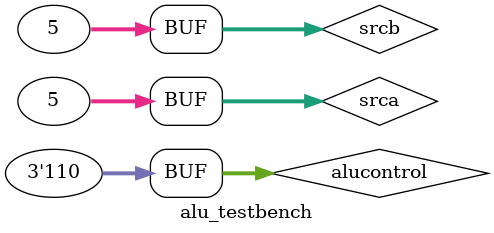
<source format=sv>
`timescale 1ns/1ps

module alu_testbench;
logic [31:0] srca, srcb, aluresult;
logic [2:0] alucontrol;
logic zero;

alu alu_dut(srca, srcb, alucontrol, aluresult, zero);

initial
begin
srca = -24; srcb = 285; alucontrol = 3'b111; 
#10; if(aluresult !== 1) $display("slt failed.");
srca = 32'b11001; srcb = 32'b10101; alucontrol = 3'b010;
#10; if(aluresult !== 32'b101110) $display("add failed.");
srca = 32'b1011; srcb = 21'b101010; alucontrol = 3'b110;
#10; if(aluresult !== -31) $display("sub failed.");
srca = 32'b11110000; srcb = 32'b11000011; alucontrol = 3'b000;
#10; if(aluresult !== 32'b11000000) $display("and failed.");
srca = 32'b11001100; srcb = 32'b11001010; alucontrol = 3'b001;
#10; if(aluresult !== 32'b11001110) $display("or failed.");
srca = 32'b11111111; srcb = 32'b1010; alucontrol = 3'b011;
#10; if(aluresult !== 32'b1010) $display("pass SrcB failed.");
srca = 32'b101; srcb = 32'b101; alucontrol = 3'b110;
#10; if(zero !== 1) $display("zero failed.");
end

initial
begin
$monitor("aluresult=%b zero=%b", aluresult, zero);
end
endmodule

</source>
